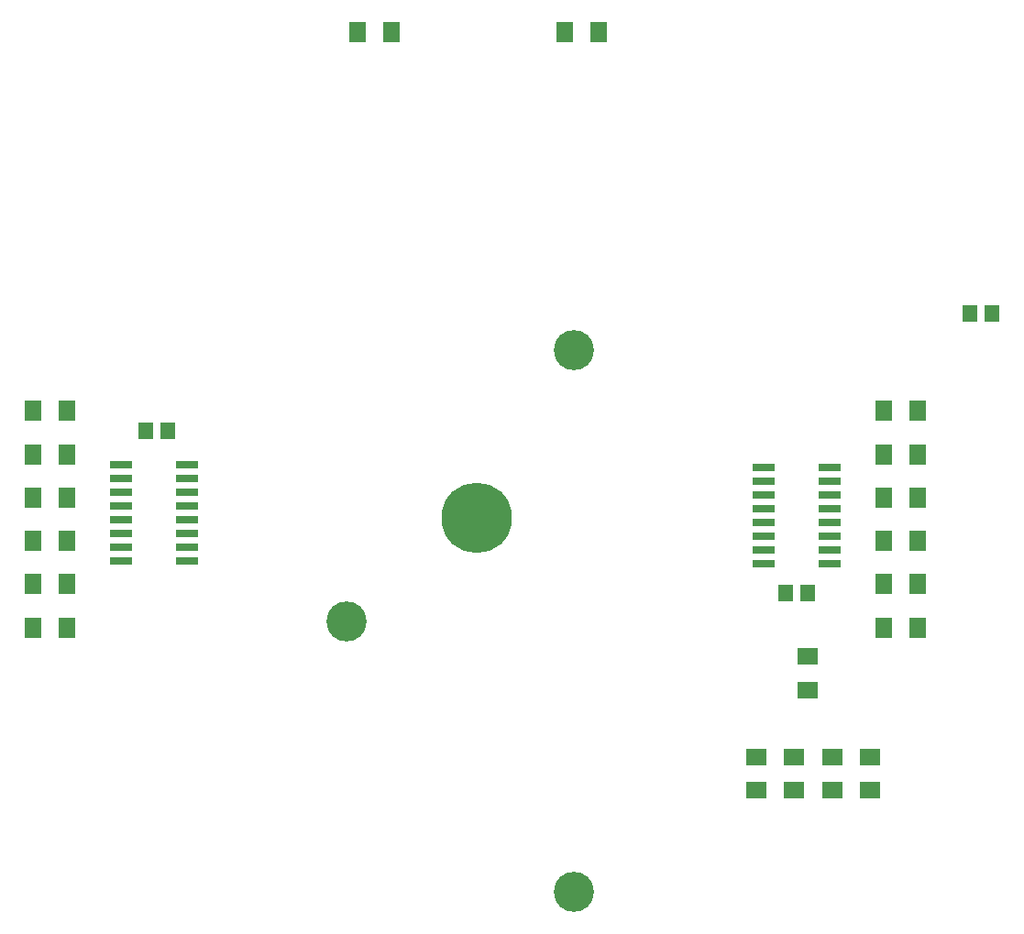
<source format=gtp>
G04 MADE WITH FRITZING*
G04 WWW.FRITZING.ORG*
G04 DOUBLE SIDED*
G04 HOLES PLATED*
G04 CONTOUR ON CENTER OF CONTOUR VECTOR*
%ASAXBY*%
%FSLAX23Y23*%
%MOIN*%
%OFA0B0*%
%SFA1.0B1.0*%
%ADD10C,0.255905*%
%ADD11C,0.145669*%
%ADD12R,0.074803X0.062992*%
%ADD13R,0.055118X0.059055*%
%ADD14R,0.080000X0.026000*%
%ADD15R,0.062992X0.074803*%
%LNPASTEMASK1*%
G90*
G70*
G54D10*
X1965Y1971D03*
G54D11*
X2319Y2582D03*
X1492Y1597D03*
X2319Y613D03*
G54D12*
X3394Y981D03*
X3394Y1103D03*
X3256Y981D03*
X3256Y1103D03*
X3118Y981D03*
X3118Y1103D03*
X2980Y981D03*
X2980Y1103D03*
X3168Y1346D03*
X3168Y1468D03*
G54D13*
X841Y2290D03*
X760Y2290D03*
X3087Y1699D03*
X3168Y1699D03*
G54D14*
X670Y2167D03*
X670Y2117D03*
X670Y2067D03*
X670Y2017D03*
X670Y1967D03*
X670Y1917D03*
X670Y1867D03*
X670Y1817D03*
X912Y1817D03*
X912Y1867D03*
X912Y1917D03*
X912Y1967D03*
X912Y2017D03*
X912Y2067D03*
X912Y2117D03*
X912Y2167D03*
G54D15*
X3445Y2361D03*
X3567Y2361D03*
X473Y1573D03*
X351Y1573D03*
X3445Y2203D03*
X3567Y2203D03*
X473Y1731D03*
X351Y1731D03*
X3445Y2046D03*
X3567Y2046D03*
X473Y1888D03*
X351Y1888D03*
X473Y2046D03*
X351Y2046D03*
X3445Y1888D03*
X3567Y1888D03*
X3445Y1731D03*
X3567Y1731D03*
X473Y2203D03*
X351Y2203D03*
X3445Y1573D03*
X3567Y1573D03*
X473Y2361D03*
X351Y2361D03*
G54D14*
X3249Y1806D03*
X3249Y1856D03*
X3249Y1906D03*
X3249Y1956D03*
X3249Y2006D03*
X3249Y2056D03*
X3249Y2106D03*
X3249Y2156D03*
X3007Y2156D03*
X3007Y2106D03*
X3007Y2056D03*
X3007Y2006D03*
X3007Y1956D03*
X3007Y1906D03*
X3007Y1856D03*
X3007Y1806D03*
G54D13*
X3758Y2715D03*
X3839Y2715D03*
G54D15*
X1654Y3739D03*
X1532Y3739D03*
X2284Y3739D03*
X2406Y3739D03*
G04 End of PasteMask1*
M02*
</source>
